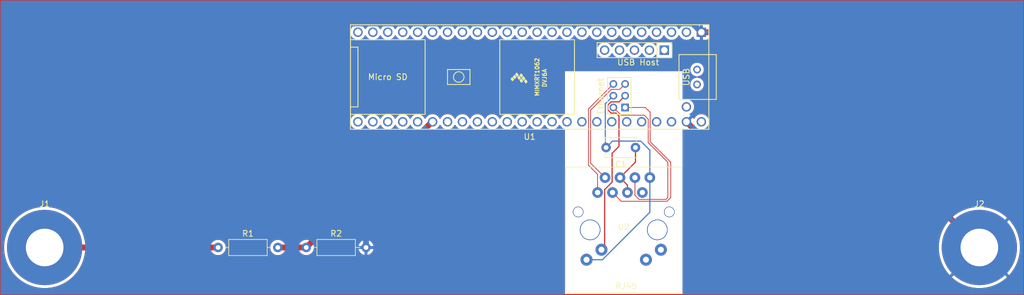
<source format=kicad_pcb>
(kicad_pcb (version 20240108) (generator "pcbnew") (generator_version "8.0")
  (layers (0 "F.Cu" signal) (31 "B.Cu" signal) (34 "B.Paste" user) (35 "F.Paste" user) (36 "B.SilkS" user "B.Silkscreen") (37 "F.SilkS" user "F.Silkscreen") (38 "B.Mask" user) (39 "F.Mask" user) (44 "Edge.Cuts" user))
  (net 0 "")
  (net 1 "Net-(C1-Pad1)")
  (net 2 "Net-(U2-GND)")
  (net 3 "Net-(J1-Pin_1)")
  (net 4 "GND")
  (net 8 "Net-(U1-LED)")
  (net 15 "Net-(U1-R+)")
  (net 28 "Net-(M78AR05-1-Vout)")
  (net 29 "Net-(U1-T-)")
  (net 50 "Net-(U1-T+)")
  (net 64 "Net-(U1-38_CS1_IN1)")
  (net 66 "Net-(U1-R-)")
  (footprint "Capacitor_THT:C_Disc_D5.1mm_W3.2mm_P5.00mm" (layer "F.Cu") (at 171 108 180)
    (property "Reference" "C1" (at 2.5 -2.85 180) (layer "F.SilkS"))
    (property "Value" "0.1u")
    (fp_line (start 5.17 1.055) (end 5.17 1.721) (stroke (width 0.12)) (layer "F.SilkS"))
    (fp_line (start 5.17 -1.721) (end 5.17 -1.055) (stroke (width 0.12)) (layer "F.SilkS"))
    (fp_line (start -0.17 1.721) (end 5.17 1.721) (stroke (width 0.12)) (layer "F.SilkS"))
    (fp_line (start -0.17 1.055) (end -0.17 1.721) (stroke (width 0.12)) (layer "F.SilkS"))
    (fp_line (start -0.17 -1.721) (end 5.17 -1.721) (stroke (width 0.12)) (layer "F.SilkS"))
    (fp_line (start -0.17 -1.721) (end -0.17 -1.055) (stroke (width 0.12)) (layer "F.SilkS"))
    (pad "1" thru_hole circle (at 0 0 180) (size 1.6 1.6) (drill 0.8) (layers "*.Cu" "*.Mask") (net 1 "Net-(C1-Pad1)"))
    (pad "2" thru_hole circle (at 5 0 180) (size 1.6 1.6) (drill 0.8) (layers "*.Cu" "*.Mask") (net 2 "Net-(U2-GND)"))
  )
  (footprint "Resistor_THT:R_Axial_DIN0207_L6.3mm_D2.5mm_P10.16mm_Horizontal" (layer "F.Cu") (at 100 125)
    (property "Reference" "R1" (at 5.08 -2.37 0) (layer "F.SilkS"))
    (property "Value" "1K")
    (fp_line (start 1.04 0) (end 1.81 0) (stroke (width 0.12)) (layer "F.SilkS"))
    (fp_line (start 1.81 -1.37) (end 1.81 1.37) (stroke (width 0.12)) (layer "F.SilkS"))
    (fp_line (start 1.81 1.37) (end 8.35 1.37) (stroke (width 0.12)) (layer "F.SilkS"))
    (fp_line (start 8.35 -1.37) (end 1.81 -1.37) (stroke (width 0.12)) (layer "F.SilkS"))
    (fp_line (start 8.35 1.37) (end 8.35 -1.37) (stroke (width 0.12)) (layer "F.SilkS"))
    (fp_line (start 9.12 0) (end 8.35 0) (stroke (width 0.12)) (layer "F.SilkS"))
    (pad "1" thru_hole circle (at 0 0) (size 1.6 1.6) (drill 0.8) (layers "*.Cu" "*.Mask") (net 3 "Net-(J1-Pin_1)"))
    (pad "2" thru_hole oval (at 10.16 0) (size 1.6 1.6) (drill 0.8) (layers "*.Cu" "*.Mask") (net 64 "Net-(U1-38_CS1_IN1)"))
  )
  (footprint "MountingHole:MountingHole_6.4mm_M6_Pad" (layer "F.Cu") (at 229.5 125)
    (property "Reference" "J2" (at 0 -7.4 0) (layer "F.SilkS"))
    (property "Value" "GND")
    (pad "1" thru_hole circle (at 0 0) (size 12.8 12.8) (drill 6.4) (layers "*.Cu" "*.Mask") (net 4 "GND"))
  )
  (footprint "MountingHole:MountingHole_6.4mm_M6_Pad" (layer "F.Cu") (at 70.5 125)
    (property "Reference" "J1" (at 0 -7.4 0) (layer "F.SilkS"))
    (property "Value" "+12V")
    (pad "1" thru_hole circle (at 0 0) (size 12.8 12.8) (drill 6.4) (layers "*.Cu" "*.Mask") (net 3 "Net-(J1-Pin_1)"))
  )
  (footprint "RJLD-260YC1:RJLD-260YC1" (layer "F.Cu") (at 169 122)
    (property "Reference" "U2" (at 0 -0.5 0) (layer "F.SilkS") (effects (font (thickness 0.1))))
    (property "Value" "~")
    (fp_rect (start -9.85 -10.675) (end 9.85 10.675) (stroke (width 0.1)) (fill none) (layer "F.SilkS"))
    (fp_text user "RJ45" (at -1.47 10.12 0) (layer "F.SilkS") (effects (font (thickness 0.1)) (justify left bottom)))
    (pad "" thru_hole circle (at -7.75 -3.05) (size 1.8 1.8) (drill 1.6) (layers "*.Cu" "*.Mask"))
    (pad "" thru_hole circle (at -5.715 0) (size 3.5 3.5) (drill 3.25) (layers "*.Cu" "*.Mask"))
    (pad "" thru_hole circle (at 5.715 0) (size 3.5 3.5) (drill 3.25) (layers "*.Cu" "*.Mask"))
    (pad "" thru_hole circle (at 7.75 -3.05) (size 1.8 1.8) (drill 1.6) (layers "*.Cu" "*.Mask"))
    (pad "1" thru_hole circle (at -4.445 -6.35) (size 1.8 1.8) (drill 0.9) (layers "*.Cu" "*.Mask") (net 50 "Net-(U1-T+)"))
    (pad "2" thru_hole circle (at -3.175 -8.89) (size 1.8 1.8) (drill 0.9) (layers "*.Cu" "*.Mask") (net 29 "Net-(U1-T-)"))
    (pad "3" thru_hole circle (at -1.905 -6.35) (size 1.8 1.8) (drill 0.9) (layers "*.Cu" "*.Mask") (net 15 "Net-(U1-R+)"))
    (pad "4" thru_hole circle (at -0.635 -8.89) (size 1.8 1.8) (drill 0.9) (layers "*.Cu" "*.Mask") (net 1 "Net-(C1-Pad1)"))
    (pad "5" thru_hole circle (at 0.635 -6.35) (size 1.8 1.8) (drill 0.9) (layers "*.Cu" "*.Mask") (net 1 "Net-(C1-Pad1)"))
    (pad "6" thru_hole circle (at 1.905 -8.89) (size 1.8 1.8) (drill 0.9) (layers "*.Cu" "*.Mask") (net 66 "Net-(U1-R-)"))
    (pad "7" thru_hole circle (at 3.175 -6.35) (size 1.8 1.8) (drill 0.9) (layers "*.Cu" "*.Mask"))
    (pad "8" thru_hole circle (at 4.445 -8.89) (size 1.8 1.8) (drill 0.9) (layers "*.Cu" "*.Mask") (net 2 "Net-(U2-GND)"))
    (pad "9" thru_hole circle (at -6.325 5.08) (size 2.04 2.04) (drill 1.02) (layers "*.Cu" "*.Mask") (net 2 "Net-(U2-GND)"))
    (pad "10" thru_hole circle (at -3.785 3.38) (size 2.04 2.04) (drill 1.02) (layers "*.Cu" "*.Mask") (net 8 "Net-(U1-LED)"))
    (pad "11" thru_hole circle (at 3.785 5.08) (size 2.04 2.04) (drill 1.02) (layers "*.Cu" "*.Mask"))
    (pad "12" thru_hole circle (at 6.325 3.38) (size 2.04 2.04) (drill 1.02) (layers "*.Cu" "*.Mask"))
  )
  (footprint "Teensy_Custom:Teensy41" (layer "F.Cu") (at 153 96 180)
    (property "Reference" "U1" (at 0 -10.16 0) (layer "F.SilkS"))
    (property "Value" "Teensy4.1")
    (fp_line (start 30.48 8.89) (end -30.48 8.89) (stroke (width 0.15)) (layer "F.SilkS"))
    (fp_line (start 30.48 -5.08) (end 29.21 -5.08) (stroke (width 0.15)) (layer "F.SilkS"))
    (fp_line (start 30.48 -6.35) (end 17.78 -6.35) (stroke (width 0.15)) (layer "F.SilkS"))
    (fp_line (start 30.48 -8.89) (end 30.48 8.89) (stroke (width 0.15)) (layer "F.SilkS"))
    (fp_line (start 29.21 5.08) (end 30.48 5.08) (stroke (width 0.15)) (layer "F.SilkS"))
    (fp_line (start 29.21 -5.08) (end 29.21 5.08) (stroke (width 0.15)) (layer "F.SilkS"))
    (fp_line (start 17.78 6.35) (end 30.48 6.35) (stroke (width 0.15)) (layer "F.SilkS"))
    (fp_line (start 17.78 -6.35) (end 17.78 6.35) (stroke (width 0.15)) (layer "F.SilkS"))
    (fp_line (start 13.97 1.27) (end 10.16 1.27) (stroke (width 0.15)) (layer "F.SilkS"))
    (fp_line (start 13.97 -1.27) (end 13.97 1.27) (stroke (width 0.15)) (layer "F.SilkS"))
    (fp_line (start 10.16 1.27) (end 10.16 -1.27) (stroke (width 0.15)) (layer "F.SilkS"))
    (fp_line (start 10.16 -1.27) (end 13.97 -1.27) (stroke (width 0.15)) (layer "F.SilkS"))
    (fp_line (start 5.08 6.35) (end 5.08 -6.35) (stroke (width 0.15)) (layer "F.SilkS"))
    (fp_line (start 5.08 -6.35) (end -7.62 -6.35) (stroke (width 0.15)) (layer "F.SilkS"))
    (fp_line (start -7.62 6.35) (end 5.08 6.35) (stroke (width 0.15)) (layer "F.SilkS"))
    (fp_line (start -7.62 -6.35) (end -7.62 6.35) (stroke (width 0.15)) (layer "F.SilkS"))
    (fp_line (start -11.4808 5.8392) (end -24.1808 5.8392) (stroke (width 0.15)) (layer "F.SilkS"))
    (fp_line (start -11.4808 3.2992) (end -11.4808 5.8392) (stroke (width 0.15)) (layer "F.SilkS"))
    (fp_line (start -13.25 -0.1016) (end -13.25 -6.3516) (stroke (width 0.15)) (layer "F.SilkS"))
    (fp_line (start -13.25 -6.3516) (end -17.25 -6.3516) (stroke (width 0.15)) (layer "F.SilkS"))
    (fp_line (start -17.25 -0.1016) (end -13.25 -0.1016) (stroke (width 0.15)) (layer "F.SilkS"))
    (fp_line (start -17.25 -6.1016) (end -17.25 -0.1016) (stroke (width 0.15)) (layer "F.SilkS"))
    (fp_line (start -17.25 -6.3516) (end -17.25 -6.1016) (stroke (width 0.15)) (layer "F.SilkS"))
    (fp_line (start -21.6408 3.2992) (end -21.6408 5.8392) (stroke (width 0.15)) (layer "F.SilkS"))
    (fp_line (start -24.1808 5.8392) (end -24.1808 3.2992) (stroke (width 0.15)) (layer "F.SilkS"))
    (fp_line (start -24.1808 3.2992) (end -11.4808 3.2992) (stroke (width 0.15)) (layer "F.SilkS"))
    (fp_line (start -24.1808 3.2992) (end -21.6408 3.2992) (stroke (width 0.15)) (layer "F.SilkS"))
    (fp_line (start -25.4 3.81) (end -25.4 -3.81) (stroke (width 0.15)) (layer "F.SilkS"))
    (fp_line (start -25.4 3.81) (end -30.48 3.81) (stroke (width 0.15)) (layer "F.SilkS"))
    (fp_line (start -25.4 -3.81) (end -30.48 -3.81) (stroke (width 0.15)) (layer "F.SilkS"))
    (fp_line (start -30.48 8.89) (end -30.48 -8.89) (stroke (width 0.15)) (layer "F.SilkS"))
    (fp_line (start -30.48 3.81) (end -31.75 3.81) (stroke (width 0.15)) (layer "F.SilkS"))
    (fp_line (start -30.48 -8.89) (end 30.48 -8.89) (stroke (width 0.15)) (layer "F.SilkS"))
    (fp_line (start -31.75 3.81) (end -31.75 -3.81) (stroke (width 0.15)) (layer "F.SilkS"))
    (fp_line (start -31.75 -3.81) (end -30.48 -3.81) (stroke (width 0.15)) (layer "F.SilkS"))
    (fp_circle (center 12.065 0) (end 12.7 -0.635) (stroke (width 0.15)) (fill none) (layer "F.SilkS"))
    (fp_poly (pts (xy 3.197 -0.307) (xy 2.943 -0.053) (xy 2.689 -0.434) (xy 2.943 -0.688)) (stroke (width 0.1)) (fill solid) (layer "F.SilkS"))
    (fp_poly (pts (xy 2.816 0.074) (xy 2.562 0.328) (xy 2.308 -0.053) (xy 2.562 -0.307)) (stroke (width 0.1)) (fill solid) (layer "F.SilkS"))
    (fp_poly (pts (xy 2.435 0.455) (xy 2.181 0.709) (xy 1.927 0.328) (xy 2.181 0.074)) (stroke (width 0.1)) (fill solid) (layer "F.SilkS"))
    (fp_poly (pts (xy 2.054 -0.053) (xy 1.8 0.201) (xy 1.546 -0.18) (xy 1.8 -0.434)) (stroke (width 0.1)) (fill solid) (layer "F.SilkS"))
    (fp_poly (pts (xy 1.673 0.328) (xy 1.419 0.582) (xy 1.165 0.201) (xy 1.419 -0.053)) (stroke (width 0.1)) (fill solid) (layer "F.SilkS"))
    (fp_poly (pts (xy 1.673 -0.561) (xy 1.419 -0.307) (xy 1.165 -0.688) (xy 1.419 -0.942)) (stroke (width 0.1)) (fill solid) (layer "F.SilkS"))
    (fp_poly (pts (xy 1.292 -0.18) (xy 1.038 0.074) (xy 0.784 -0.307) (xy 1.038 -0.561)) (stroke (width 0.1)) (fill solid) (layer "F.SilkS"))
    (fp_poly (pts (xy 0.911 -0.688) (xy 0.657 -0.434) (xy 0.403 -0.815) (xy 0.657 -1.069)) (stroke (width 0.1)) (fill solid) (layer "F.SilkS"))
    (fp_text user "USB Host" (at -18.4658 2.4892 0) (layer "F.SilkS"))
    (fp_text user "Micro SD" (at 24.13 0 0) (layer "F.SilkS"))
    (fp_text user "DVJ6A" (at -2.54 -0.18 90) (layer "F.SilkS") (effects (font (size 0.7 0.7))))
    (fp_text user "MIMXRT1062" (at -1.27 0 90) (layer "F.SilkS") (effects (font (size 0.7 0.7))))
    (fp_text user "Ethernet" (at -12.065 -3.2766 90) (layer "F.SilkS"))
    (fp_text user "USB" (at -26.67 0 90) (layer "F.SilkS"))
    (pad "1" thru_hole rect (at -29.21 7.62 180) (size 1.6 1.6) (drill 1.1) (layers "*.Cu" "*.Mask") (net 4 "GND"))
    (pad "2" thru_hole circle (at -26.67 7.62 180) (size 1.6 1.6) (drill 1.1) (layers "*.Cu" "*.Mask"))
    (pad "3" thru_hole circle (at -24.13 7.62 180) (size 1.6 1.6) (drill 1.1) (layers "*.Cu" "*.Mask"))
    (pad "4" thru_hole circle (at -21.59 7.62 180) (size 1.6 1.6) (drill 1.1) (layers "*.Cu" "*.Mask"))
    (pad "5" thru_hole circle (at -19.05 7.62 180) (size 1.6 1.6) (drill 1.1) (layers "*.Cu" "*.Mask"))
    (pad "6" thru_hole circle (at -16.51 7.62 180) (size 1.6 1.6) (drill 1.1) (layers "*.Cu" "*.Mask"))
    (pad "7" thru_hole circle (at -13.97 7.62 180) (size 1.6 1.6) (drill 1.1) (layers "*.Cu" "*.Mask"))
    (pad "8" thru_hole circle (at -11.43 7.62 180) (size 1.6 1.6) (drill 1.1) (layers "*.Cu" "*.Mask"))
    (pad "9" thru_hole circle (at -8.89 7.62 180) (size 1.6 1.6) (drill 1.1) (layers "*.Cu" "*.Mask"))
    (pad "10" thru_hole circle (at -6.35 7.62 180) (size 1.6 1.6) (drill 1.1) (layers "*.Cu" "*.Mask"))
    (pad "11" thru_hole circle (at -3.81 7.62 180) (size 1.6 1.6) (drill 1.1) (layers "*.Cu" "*.Mask"))
    (pad "12" thru_hole circle (at -1.27 7.62 180) (size 1.6 1.6) (drill 1.1) (layers "*.Cu" "*.Mask"))
    (pad "13" thru_hole circle (at 1.27 7.62 180) (size 1.6 1.6) (drill 1.1) (layers "*.Cu" "*.Mask"))
    (pad "14" thru_hole circle (at 3.81 7.62 180) (size 1.6 1.6) (drill 1.1) (layers "*.Cu" "*.Mask"))
    (pad "15" thru_hole circle (at 6.35 7.62 180) (size 1.6 1.6) (drill 1.1) (layers "*.Cu" "*.Mask"))
    (pad "16" thru_hole circle (at 8.89 7.62 180) (size 1.6 1.6) (drill 1.1) (layers "*.Cu" "*.Mask"))
    (pad "17" thru_hole circle (at 11.43 7.62 180) (size 1.6 1.6) (drill 1.1) (layers "*.Cu" "*.Mask"))
    (pad "18" thru_hole circle (at 13.97 7.62 180) (size 1.6 1.6) (drill 1.1) (layers "*.Cu" "*.Mask"))
    (pad "19" thru_hole circle (at 16.51 7.62 180) (size 1.6 1.6) (drill 1.1) (layers "*.Cu" "*.Mask"))
    (pad "20" thru_hole circle (at 19.05 7.62 180) (size 1.6 1.6) (drill 1.1) (layers "*.Cu" "*.Mask"))
    (pad "21" thru_hole circle (at 21.59 7.62 180) (size 1.6 1.6) (drill 1.1) (layers "*.Cu" "*.Mask"))
    (pad "22" thru_hole circle (at 24.13 7.62 180) (size 1.6 1.6) (drill 1.1) (layers "*.Cu" "*.Mask"))
    (pad "23" thru_hole circle (at 26.67 7.62 180) (size 1.6 1.6) (drill 1.1) (layers "*.Cu" "*.Mask"))
    (pad "24" thru_hole circle (at 29.21 7.62 180) (size 1.6 1.6) (drill 1.1) (layers "*.Cu" "*.Mask"))
    (pad "25" thru_hole circle (at 29.21 -7.62 180) (size 1.6 1.6) (drill 1.1) (layers "*.Cu" "*.Mask"))
    (pad "26" thru_hole circle (at 26.67 -7.62 180) (size 1.6 1.6) (drill 1.1) (layers "*.Cu" "*.Mask"))
    (pad "27" thru_hole circle (at 24.13 -7.62 180) (size 1.6 1.6) (drill 1.1) (layers "*.Cu" "*.Mask"))
    (pad "28" thru_hole circle (at 21.59 -7.62 180) (size 1.6 1.6) (drill 1.1) (layers "*.Cu" "*.Mask"))
    (pad "29" thru_hole circle (at 19.05 -7.62 180) (size 1.6 1.6) (drill 1.1) (layers "*.Cu" "*.Mask"))
    (pad "30" thru_hole circle (at 16.51 -7.62 180) (size 1.6 1.6) (drill 1.1) (layers "*.Cu" "*.Mask") (net 64 "Net-(U1-38_CS1_IN1)"))
    (pad "31" thru_hole circle (at 13.97 -7.62 180) (size 1.6 1.6) (drill 1.1) (layers "*.Cu" "*.Mask"))
    (pad "32" thru_hole circle (at 11.43 -7.62 180) (size 1.6 1.6) (drill 1.1) (layers "*.Cu" "*.Mask"))
    (pad "33" thru_hole circle (at 8.89 -7.62 180) (size 1.6 1.6) (drill 1.1) (layers "*.Cu" "*.Mask"))
    (pad "34" thru_hole circle (at 6.35 -7.62 180) (size 1.6 1.6) (drill 1.1) (layers "*.Cu" "*.Mask"))
    (pad "35" thru_hole circle (at 3.81 -7.62 180) (size 1.6 1.6) (drill 1.1) (layers "*.Cu" "*.Mask"))
    (pad "36" thru_hole circle (at 1.27 -7.62 180) (size 1.6 1.6) (drill 1.1) (layers "*.Cu" "*.Mask"))
    (pad "37" thru_hole circle (at -1.27 -7.62 180) (size 1.6 1.6) (drill 1.1) (layers "*.Cu" "*.Mask"))
    (pad "38" thru_hole circle (at -3.81 -7.62 180) (size 1.6 1.6) (drill 1.1) (layers "*.Cu" "*.Mask"))
    (pad "39" thru_hole circle (at -6.35 -7.62 180) (size 1.6 1.6) (drill 1.1) (layers "*.Cu" "*.Mask"))
    (pad "40" thru_hole circle (at -8.89 -7.62 180) (size 1.6 1.6) (drill 1.1) (layers "*.Cu" "*.Mask"))
    (pad "41" thru_hole circle (at -11.43 -7.62 180) (size 1.6 1.6) (drill 1.1) (layers "*.Cu" "*.Mask"))
    (pad "42" thru_hole circle (at -13.97 -7.62 180) (size 1.6 1.6) (drill 1.1) (layers "*.Cu" "*.Mask"))
    (pad "43" thru_hole circle (at -16.51 -7.62 180) (size 1.6 1.6) (drill 1.1) (layers "*.Cu" "*.Mask"))
    (pad "44" thru_hole circle (at -19.05 -7.62 180) (size 1.6 1.6) (drill 1.1) (layers "*.Cu" "*.Mask"))
    (pad "45" thru_hole circle (at -21.59 -7.62 180) (size 1.6 1.6) (drill 1.1) (layers "*.Cu" "*.Mask"))
    (pad "46" thru_hole circle (at -24.13 -7.62 180) (size 1.6 1.6) (drill 1.1) (layers "*.Cu" "*.Mask"))
    (pad "47" thru_hole circle (at -26.67 -7.62 180) (size 1.6 1.6) (drill 1.1) (layers "*.Cu" "*.Mask") (net 4 "GND"))
    (pad "48" thru_hole circle (at -29.21 -7.62 180) (size 1.6 1.6) (drill 1.1) (layers "*.Cu" "*.Mask") (net 28 "Net-(M78AR05-1-Vout)"))
    (pad "49" thru_hole circle (at -26.67 -5.08 180) (size 1.6 1.6) (drill 1.1) (layers "*.Cu" "*.Mask"))
    (pad "55" thru_hole rect (at -22.9108 4.5692 180) (size 1.6 1.6) (drill 1.1) (layers "*.Cu" "*.Mask"))
    (pad "56" thru_hole circle (at -20.3708 4.5692 180) (size 1.6 1.6) (drill 1.1) (layers "*.Cu" "*.Mask"))
    (pad "57" thru_hole circle (at -17.8308 4.5692 180) (size 1.6 1.6) (drill 1.1) (layers "*.Cu" "*.Mask"))
    (pad "58" thru_hole circle (at -15.2908 4.5692 180) (size 1.6 1.6) (drill 1.1) (layers "*.Cu" "*.Mask"))
    (pad "59" thru_hole circle (at -12.7508 4.5692 180) (size 1.6 1.6) (drill 1.1) (layers "*.Cu" "*.Mask"))
    (pad "60" thru_hole rect (at -16.24 -5.1816 180) (size 1.3 1.3) (drill 0.8) (layers "*.Cu" "*.Mask") (net 15 "Net-(U1-R+)"))
    (pad "61" thru_hole circle (at -16.24 -3.1816 180) (size 1.3 1.3) (drill 0.8) (layers "*.Cu" "*.Mask") (net 8 "Net-(U1-LED)"))
    (pad "62" thru_hole circle (at -16.24 -1.1816 180) (size 1.3 1.3) (drill 0.8) (layers "*.Cu" "*.Mask") (net 29 "Net-(U1-T-)"))
    (pad "63" thru_hole circle (at -14.24 -1.1816 180) (size 1.3 1.3) (drill 0.8) (layers "*.Cu" "*.Mask") (net 50 "Net-(U1-T+)"))
    (pad "64" thru_hole circle (at -14.24 -3.1816 180) (size 1.3 1.3) (drill 0.8) (layers "*.Cu" "*.Mask") (net 2 "Net-(U2-GND)"))
    (pad "65" thru_hole circle (at -14.24 -5.1816 180) (size 1.3 1.3) (drill 0.8) (layers "*.Cu" "*.Mask") (net 66 "Net-(U1-R-)"))
    (pad "66" thru_hole circle (at -28.48 -1.27 180) (size 1.3 1.3) (drill 0.8) (layers "*.Cu" "*.Mask"))
    (pad "67" thru_hole circle (at -28.48 1.27 180) (size 1.3 1.3) (drill 0.8) (layers "*.Cu" "*.Mask"))
  )
  (footprint "Resistor_THT:R_Axial_DIN0207_L6.3mm_D2.5mm_P10.16mm_Horizontal" (layer "F.Cu") (at 115 125)
    (property "Reference" "R2" (at 5.08 -2.37 0) (layer "F.SilkS"))
    (property "Value" "300")
    (fp_line (start 1.04 0) (end 1.81 0) (stroke (width 0.12)) (layer "F.SilkS"))
    (fp_line (start 1.81 -1.37) (end 1.81 1.37) (stroke (width 0.12)) (layer "F.SilkS"))
    (fp_line (start 1.81 1.37) (end 8.35 1.37) (stroke (width 0.12)) (layer "F.SilkS"))
    (fp_line (start 8.35 -1.37) (end 1.81 -1.37) (stroke (width 0.12)) (layer "F.SilkS"))
    (fp_line (start 8.35 1.37) (end 8.35 -1.37) (stroke (width 0.12)) (layer "F.SilkS"))
    (fp_line (start 9.12 0) (end 8.35 0) (stroke (width 0.12)) (layer "F.SilkS"))
    (pad "1" thru_hole circle (at 0 0) (size 1.6 1.6) (drill 0.8) (layers "*.Cu" "*.Mask") (net 64 "Net-(U1-38_CS1_IN1)"))
    (pad "2" thru_hole oval (at 10.16 0) (size 1.6 1.6) (drill 0.8) (layers "*.Cu" "*.Mask") (net 4 "GND"))
  )
  (gr_rect (start 63 83) (end 237 133) (stroke (width 0.2)) (fill none) (layer "F.Cu") (net 4))
  (segment (start 168.365 113.11) (end 169.635 114.38) (width 0.2) (layer "F.Cu") (net 1))
  (segment (start 171 110.475) (end 168.365 113.11) (width 0.2) (layer "F.Cu") (net 1))
  (segment (start 171 108) (end 171 110.475) (width 0.2) (layer "F.Cu") (net 1))
  (segment (start 169.635 114.38) (end 169.635 115.65) (width 0.2) (layer "F.Cu") (net 1))
  (segment (start 171.9 106.9) (end 173.445 108.445) (width 0.2) (layer "B.Cu") (net 2))
  (segment (start 165.87 107.87) (end 166 108) (width 0.2) (layer "B.Cu") (net 2))
  (segment (start 167.24 99.1816) (end 165.87 100.5516) (width 0.2) (layer "B.Cu") (net 2))
  (segment (start 167.1 106.9) (end 171.9 106.9) (width 0.2) (layer "B.Cu") (net 2))
  (segment (start 165.381762 127.08) (end 173.445 119.016762) (width 0.2) (layer "B.Cu") (net 2))
  (segment (start 173.445 119.016762) (end 173.445 113.11) (width 0.2) (layer "B.Cu") (net 2))
  (segment (start 162.675 127.08) (end 165.381762 127.08) (width 0.2) (layer "B.Cu") (net 2))
  (segment (start 166 108) (end 167.1 106.9) (width 0.2) (layer "B.Cu") (net 2))
  (segment (start 165.87 100.5516) (end 165.87 107.87) (width 0.2) (layer "B.Cu") (net 2))
  (segment (start 173.445 108.445) (end 173.445 113.11) (width 0.2) (layer "B.Cu") (net 2))
  (segment (start 100 125) (end 70.5 125) (width 1) (layer "F.Cu") (net 3))
  (segment (start 179.67 103.62) (end 182.8 106.75) (width 1) (layer "F.Cu") (net 4))
  (segment (start 182.8 106.75) (end 211.25 106.75) (width 1) (layer "F.Cu") (net 4))
  (segment (start 192.88 88.38) (end 211.25 106.75) (width 1) (layer "F.Cu") (net 4))
  (segment (start 182.21 88.38) (end 192.88 88.38) (width 1) (layer "F.Cu") (net 4))
  (segment (start 211.25 106.75) (end 229.5 125) (width 1) (layer "F.Cu") (net 4))
  (segment (start 180.71 86.88) (end 122.12 86.88) (width 1) (layer "B.Cu") (net 4))
  (segment (start 121.5 116) (end 125.16 119.66) (width 1) (layer "B.Cu") (net 4))
  (segment (start 121.5 87.5) (end 121.5 116) (width 1) (layer "B.Cu") (net 4))
  (segment (start 125.16 119.66) (end 125.16 125) (width 1) (layer "B.Cu") (net 4))
  (segment (start 182.21 88.38) (end 180.71 86.88) (width 1) (layer "B.Cu") (net 4))
  (segment (start 122.12 86.88) (end 121.5 87.5) (width 1) (layer "B.Cu") (net 4))
  (segment (start 166.846497 100.2316) (end 166.29 100.788097) (width 0.2) (layer "F.Cu") (net 8))
  (segment (start 166.29 100.788097) (end 166.29 101.575103) (width 0.2) (layer "F.Cu") (net 8))
  (segment (start 165.755 115.152943) (end 165.755 124.84) (width 0.2) (layer "F.Cu") (net 8))
  (segment (start 168.1949 102.650566) (end 168.1949 107.8051) (width 0.2) (layer "F.Cu") (net 8))
  (segment (start 166.29 101.575103) (end 166.846497 102.1316) (width 0.2) (layer "F.Cu") (net 8))
  (segment (start 167.025 108.975) (end 167.025 113.882943) (width 0.2) (layer "F.Cu") (net 8))
  (segment (start 167.675934 102.1316) (end 168.1949 102.650566) (width 0.2) (layer "F.Cu") (net 8))
  (segment (start 166.846497 102.1316) (end 167.675934 102.1316) (width 0.2) (layer "F.Cu") (net 8))
  (segment (start 167.025 113.882943) (end 165.755 115.152943) (width 0.2) (layer "F.Cu") (net 8))
  (segment (start 168.19 100.2316) (end 166.846497 100.2316) (width 0.2) (layer "F.Cu") (net 8))
  (segment (start 168.1949 107.8051) (end 167.025 108.975) (width 0.2) (layer "F.Cu") (net 8))
  (segment (start 169.24 99.1816) (end 168.19 100.2316) (width 0.2) (layer "F.Cu") (net 8))
  (segment (start 165.755 124.84) (end 165.215 125.38) (width 0.2) (layer "F.Cu") (net 8))
  (segment (start 177 116.5) (end 176.3595 117.1405) (width 0.127) (layer "F.Cu") (net 15))
  (segment (start 169.24 101.1816) (end 172.6816 101.1816) (width 0.127) (layer "F.Cu") (net 15))
  (segment (start 173.5 102) (end 173.5 107) (width 0.127) (layer "F.Cu") (net 15))
  (segment (start 176.3595 117.1405) (end 168.5855 117.1405) (width 0.127) (layer "F.Cu") (net 15))
  (segment (start 172.6816 101.1816) (end 173.5 102) (width 0.127) (layer "F.Cu") (net 15))
  (segment (start 168.5855 117.1405) (end 167.095 115.65) (width 0.127) (layer "F.Cu") (net 15))
  (segment (start 177 110.5) (end 177 116.5) (width 0.127) (layer "F.Cu") (net 15))
  (segment (start 173.5 107) (end 177 110.5) (width 0.127) (layer "F.Cu") (net 15))
  (segment (start 163.3665 101.6335) (end 166.9049 98.0951) (width 0.127) (layer "F.Cu") (net 29))
  (segment (start 168.3265 98.0951) (end 169.24 97.1816) (width 0.127) (layer "F.Cu") (net 29))
  (segment (start 166.9049 98.0951) (end 168.3265 98.0951) (width 0.127) (layer "F.Cu") (net 29))
  (segment (start 163.3665 110.6515) (end 163.3665 101.6335) (width 0.127) (layer "F.Cu") (net 29))
  (segment (start 165.825 113.11) (end 163.3665 110.6515) (width 0.127) (layer "F.Cu") (net 29))
  (segment (start 163 111) (end 163 101.4216) (width 0.127) (layer "F.Cu") (net 50))
  (segment (start 164.555 112.555) (end 163 111) (width 0.127) (layer "F.Cu") (net 50))
  (segment (start 164.555 115.65) (end 164.555 112.555) (width 0.127) (layer "F.Cu") (net 50))
  (segment (start 163 101.4216) (end 167.24 97.1816) (width 0.127) (layer "F.Cu") (net 50))
  (segment (start 136.38 103.62) (end 136.49 103.62) (width 1) (layer "F.Cu") (net 64))
  (segment (start 110.16 125) (end 115 125) (width 1) (layer "F.Cu") (net 64))
  (segment (start 115 125) (end 136.38 103.62) (width 1) (layer "F.Cu") (net 64))
  (segment (start 173.173 107.173) (end 176.5 110.5) (width 0.127) (layer "F.Cu") (net 66))
  (segment (start 176.5 110.5) (end 176.5 116.5) (width 0.127) (layer "F.Cu") (net 66))
  (segment (start 171.612 116.8135) (end 170.905 116.1065) (width 0.127) (layer "F.Cu") (net 66))
  (segment (start 176.5 116.5) (end 176.1865 116.8135) (width 0.127) (layer "F.Cu") (net 66))
  (segment (start 167.24 101.1816) (end 168.5584 102.5) (width 0.127) (layer "F.Cu") (net 66))
  (segment (start 172.5 102.5) (end 173.173 103.173) (width 0.127) (layer "F.Cu") (net 66))
  (segment (start 168.5584 102.5) (end 172.5 102.5) (width 0.127) (layer "F.Cu") (net 66))
  (segment (start 176.1865 116.8135) (end 171.612 116.8135) (width 0.127) (layer "F.Cu") (net 66))
  (segment (start 170.905 116.1065) (end 170.905 113.11) (width 0.127) (layer "F.Cu") (net 66))
  (segment (start 173.173 103.173) (end 173.173 107.173) (width 0.127) (layer "F.Cu") (net 66))
  (zone (net 4) (net_name "GND") (layers "F&B.Cu") (connect_pads (clearance 0.5)) (min_thickness 0.25) (fill yes (thermal_gap 0.5) (thermal_bridge_width 0.5))
    (polygon (pts (xy 63 83) (xy 63 133) (xy 159 133) (xy 159 83)))
  )
  (zone (net 4) (net_name "GND") (layers "F&B.Cu") (priority 1) (connect_pads (clearance 0.5)) (min_thickness 0.25) (fill yes (thermal_gap 0.5) (thermal_bridge_width 0.5))
    (polygon (pts (xy 159 83) (xy 237 83) (xy 237 133) (xy 179 133) (xy 179 95) (xy 159 95)))
  )
)
</source>
